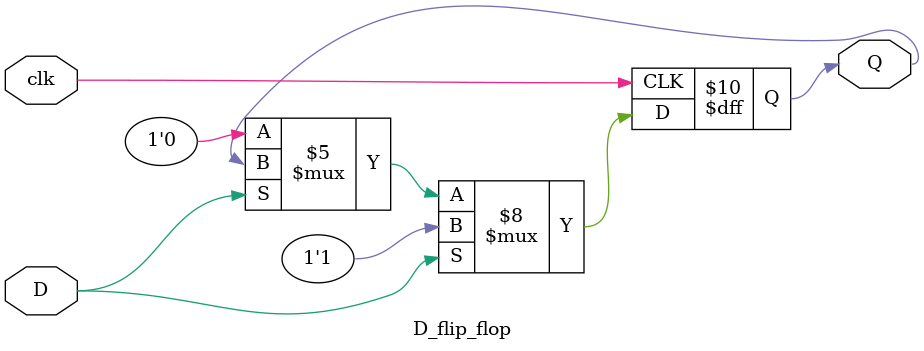
<source format=v>

module D_flip_flop(D, clk , Q);
  
  input D, clk;
  
  output reg Q;
  
  always @(posedge clk)
  
    if(D==1)
      Q <= 1;
  
  else if(D==0)
      Q <= 0;
    
  	else 
      Q <= Q;
     
endmodule

</source>
